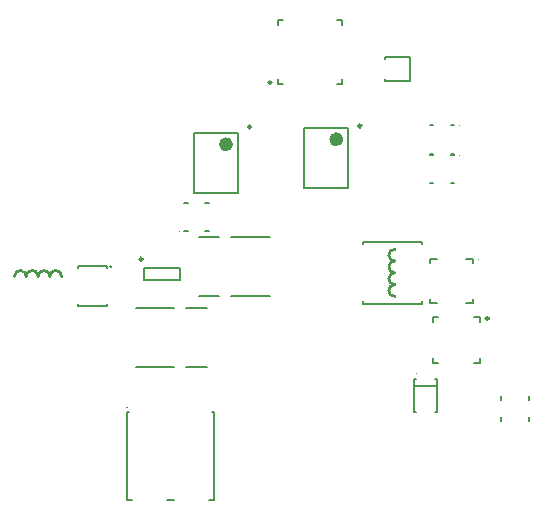
<source format=gbo>
G04*
G04 #@! TF.GenerationSoftware,Altium Limited,Altium Designer,18.0.9 (584)*
G04*
G04 Layer_Color=32896*
%FSLAX25Y25*%
%MOIN*%
G70*
G01*
G75*
%ADD11C,0.00394*%
%ADD12C,0.02362*%
%ADD13C,0.00984*%
%ADD14C,0.01000*%
%ADD15C,0.00787*%
%ADD82C,0.00591*%
D11*
X173622Y87205D02*
G03*
X173622Y87205I-197J0D01*
G01*
X167323Y131890D02*
G03*
X167323Y131890I-197J0D01*
G01*
X190748Y31693D02*
G03*
X190748Y31693I-197J0D01*
G01*
X167323Y121949D02*
G03*
X167323Y121949I-197J0D01*
G01*
X74016Y96457D02*
G03*
X74016Y96457I-197J0D01*
G01*
X152953Y49016D02*
G03*
X152953Y49016I-197J0D01*
G01*
X94095Y169095D02*
G03*
X94095Y169095I-197J0D01*
G01*
D12*
X90551Y125492D02*
G03*
X90551Y125492I-1181J0D01*
G01*
X127362Y127165D02*
G03*
X127362Y127165I-1181J0D01*
G01*
D13*
X104528Y146161D02*
G03*
X104528Y146161I-492J0D01*
G01*
X176969Y67421D02*
G03*
X176969Y67421I-492J0D01*
G01*
X97736Y131299D02*
G03*
X97736Y131299I-492J0D01*
G01*
X61614Y87205D02*
G03*
X61614Y87205I-492J0D01*
G01*
X134547Y131693D02*
G03*
X134547Y131693I-492J0D01*
G01*
D14*
X22835Y81496D02*
G03*
X18898Y81496I-1969J-0D01*
G01*
X26772D02*
G03*
X22835Y81496I-1969J-0D01*
G01*
X30709D02*
G03*
X26772Y81496I-1969J-0D01*
G01*
X34646D02*
G03*
X30709Y81496I-1969J-0D01*
G01*
X145669Y78740D02*
G03*
X145669Y74803I0J-1969D01*
G01*
Y82677D02*
G03*
X145669Y78740I0J-1969D01*
G01*
Y86614D02*
G03*
X145669Y82677I0J-1969D01*
G01*
Y90551D02*
G03*
X145669Y86614I0J-1969D01*
G01*
D15*
X56496Y37795D02*
G03*
X56496Y37795I-197J0D01*
G01*
X150787Y146457D02*
Y154724D01*
X142520Y146457D02*
X150787D01*
X142520Y153839D02*
Y154724D01*
Y146457D02*
Y147343D01*
Y154724D02*
X150787D01*
X91142Y94488D02*
X103937D01*
X91142Y74803D02*
X103937D01*
X80315Y94488D02*
X87205D01*
X80315Y74803D02*
X87205D01*
X59449Y51181D02*
X72244D01*
X59449Y70866D02*
X72244D01*
X76181Y51181D02*
X83071D01*
X76181Y70866D02*
X83071D01*
X106595Y145571D02*
Y147343D01*
Y145571D02*
X108366D01*
X126279D02*
X128051D01*
Y147343D01*
Y165256D02*
Y167028D01*
X126279D02*
X128051D01*
X106595Y165256D02*
Y167028D01*
X108366D01*
X49606Y71653D02*
Y72342D01*
X40157Y71653D02*
X49606D01*
X40157D02*
Y72342D01*
Y84350D02*
Y85039D01*
Y85039D02*
X49606D01*
Y84350D02*
Y85039D01*
X173917Y66240D02*
Y68012D01*
X172146D02*
X173917D01*
X158366D02*
X160138D01*
X158366Y66240D02*
Y68012D01*
Y52461D02*
Y54232D01*
Y52461D02*
X160138D01*
X173917D02*
Y54232D01*
X172146Y52461D02*
X173917D01*
X69685Y7087D02*
X72047D01*
X56299Y36220D02*
X57087D01*
X84646D02*
X85433D01*
X56299Y7087D02*
X58071D01*
X83661D02*
X85433D01*
X56299D02*
Y36220D01*
X85433Y7087D02*
Y36220D01*
X93307Y109350D02*
Y129429D01*
X78740Y109350D02*
Y129429D01*
X93307D01*
X78740Y109350D02*
X93307D01*
X157283Y72638D02*
X159862D01*
X169272D02*
X171850D01*
X157283Y87205D02*
X159862D01*
X169272D02*
X171850D01*
X157283Y72638D02*
Y73819D01*
Y86024D02*
Y87205D01*
X171850Y72638D02*
Y73819D01*
Y86024D02*
Y87205D01*
X157283Y122441D02*
X158484D01*
X164350D02*
X165551D01*
X157283Y131890D02*
X158484D01*
X164350D02*
X165551D01*
X135039Y72441D02*
X154724D01*
X135039Y92913D02*
X154724D01*
Y92126D02*
Y92913D01*
X135039Y92126D02*
Y92913D01*
Y72441D02*
Y73228D01*
X154724Y72441D02*
Y73228D01*
X62205Y80315D02*
X74016D01*
X62205Y84252D02*
X74016D01*
Y80315D02*
Y84252D01*
X62205Y80315D02*
Y84252D01*
X181102Y40335D02*
Y41535D01*
Y33268D02*
Y34468D01*
X190551Y40335D02*
Y41535D01*
Y33268D02*
Y34468D01*
X130118Y111024D02*
Y131102D01*
X115551Y111024D02*
Y131102D01*
X130118D01*
X115551Y111024D02*
X130118D01*
X157283Y112500D02*
X158484D01*
X164350D02*
X165551D01*
X157283Y121949D02*
X158484D01*
X164350D02*
X165551D01*
X82461Y105905D02*
X83661D01*
X75394D02*
X76595D01*
X82461Y96457D02*
X83661D01*
X75394D02*
X76595D01*
X152165Y44882D02*
X159646D01*
X159055Y36220D02*
X159646D01*
X159055Y47244D02*
X159646D01*
X152165Y36220D02*
X152756D01*
X152165Y47244D02*
X152756D01*
X159646Y36220D02*
Y47244D01*
X152165Y36220D02*
Y47244D01*
D82*
X51279Y84744D02*
G03*
X51279Y84744I-295J0D01*
G01*
M02*

</source>
